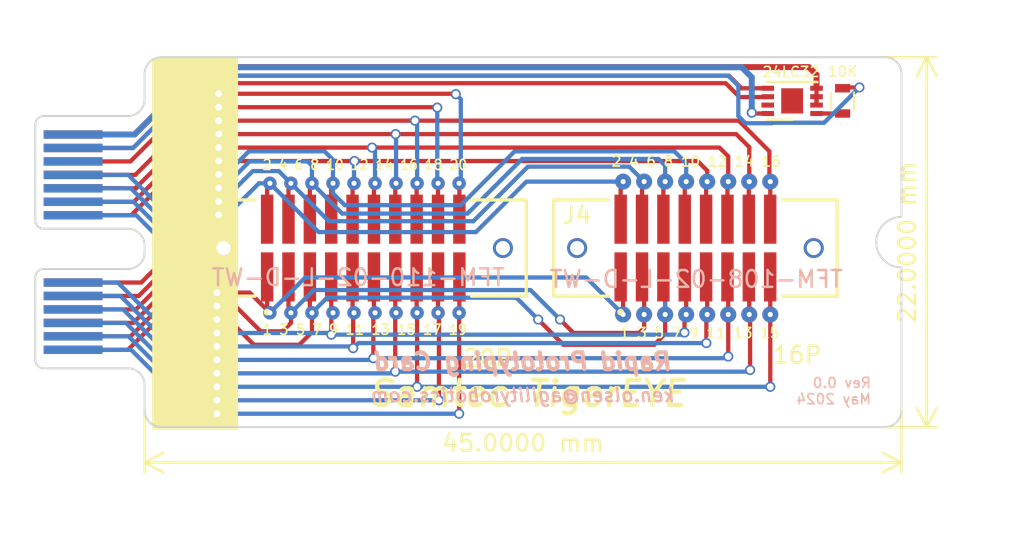
<source format=kicad_pcb>
(kicad_pcb (version 20211014) (generator pcbnew)
  (title_block (title "Beetje 32U4 Blok") (date "2018-08-10") (rev "0.0") (company "www.MakersBox.us") (comment 1 "648.ken@gmail.com"))
  (layers (0 "F.Cu" signal) (31 "B.Cu" signal) (34 "B.Paste" user) (35 "F.Paste" user) (36 "B.SilkS" user "B.Silkscreen") (37 "F.SilkS" user "F.Silkscreen") (38 "B.Mask" user) (39 "F.Mask" user) (44 "Edge.Cuts" user))
  (net 0 "")
  (net 1 "/10")
  (net 2 "/01")
  (net 3 "/02")
  (net 4 "/04")
  (net 5 "/05")
  (net 6 "/06")
  (net 7 "/07")
  (net 8 "/08")
  (net 9 "/09")
  (net 10 "/11")
  (net 11 "/12")
  (net 12 "/13")
  (net 13 "/14")
  (net 14 "/15")
  (net 15 "/16")
  (net 16 "/17")
  (net 17 "/18")
  (net 18 "/19")
  (net 19 "/20")
  (net 20 "/03")
  (net 21 "/D2_SDA")
  (net 22 "GND")
  (net 23 "/D3_SCL")
  (net 24 "+5V")
  (net 25 "/A")
  (net 26 "Net-(R1-Pad1)")
  (net 27 "Net-(U1-Pad7)")
  (net 28 "/RESET")
  (footprint "footprints:MEC8-113-CARD_2" (layer "F.Cu") (at 0 -0.1 90)
    (fp_text reference "X0")
    (fp_text value "Card Edge")
    (fp_line (start 17.5 0.5) (end 17.5 5.5) (layer "Edge.Cuts") (width 0.12))
    (fp_line (start 18.5 6.5) (end 19 6.5) (layer "Edge.Cuts") (width 0.12))
    (fp_line (start 8.4 0.5) (end 8.4 5.5) (layer "Edge.Cuts") (width 0.12))
    (fp_line (start 1 6.5) (end 1.5 6.5) (layer "Edge.Cuts") (width 0.12))
    (fp_line (start 0 51.5) (end 1 51.5) (layer "Edge.Cuts") (width 0.12))
    (fp_line (start 10.8 5.5) (end 10.8 0.5) (layer "Edge.Cuts") (width 0.12))
    (fp_line (start 21 7.5) (end 21 47.5) (layer "Edge.Cuts") (width 0.12))
    (fp_line (start -1 47.5) (end -1 7.5) (layer "Edge.Cuts") (width 0.12))
    (fp_line (start -1 50.5) (end -1 47.5) (layer "Edge.Cuts") (width 0.12))
    (fp_line (start 2.5 0.5) (end 2.5 5.5) (layer "Edge.Cuts") (width 0.12))
    (fp_line (start 19 51.5) (end 20 51.5) (layer "Edge.Cuts") (width 0.12))
    (fp_line (start 0 6.5) (end 1 6.5) (layer "Edge.Cuts") (width 0.12))
    (fp_line (start 11.5 51.5) (end 19 51.5) (layer "Edge.Cuts") (width 0.12))
    (fp_line (start 3 0) (end 7.9 0) (layer "Edge.Cuts") (width 0.12))
    (fp_line (start 8.5 51.5) (end 1 51.5) (layer "Edge.Cuts") (width 0.12))
    (fp_line (start 17 0) (end 11.3 0) (layer "Edge.Cuts") (width 0.12))
    (fp_line (start 9.4 6.5) (end 9.8 6.5) (layer "Edge.Cuts") (width 0.12))
    (fp_line (start 19 6.5) (end 20 6.5) (layer "Edge.Cuts") (width 0.12))
    (fp_line (start 21 50.5) (end 21 47.5) (layer "Edge.Cuts") (width 0.12))
    (fp_arc (start 18.5 6.5) (mid 17.792893 6.207107) (end 17.5 5.5) (layer "Edge.Cuts") (width 0.12))
    (fp_arc (start 2.5 5.5) (mid 2.207107 6.207107) (end 1.5 6.5) (layer "Edge.Cuts") (width 0.12))
    (fp_arc (start 7.9 0) (mid 8.253553 0.146447) (end 8.4 0.5) (layer "Edge.Cuts") (width 0.12))
    (fp_arc (start -1 7.5) (mid -0.707107 6.792893) (end 0 6.5) (layer "Edge.Cuts") (width 0.12))
    (fp_arc (start 17 0) (mid 17.353553 0.146447) (end 17.5 0.5) (layer "Edge.Cuts") (width 0.12))
    (fp_arc (start 20 6.5) (mid 20.707107 6.792893) (end 21 7.5) (layer "Edge.Cuts") (width 0.12))
    (fp_arc (start 0 51.5) (mid -0.707107 51.207107) (end -1 50.5) (layer "Edge.Cuts") (width 0.12))
    (fp_arc (start 10.8 5.5) (mid 10.507107 6.207107) (end 9.8 6.5) (layer "Edge.Cuts") (width 0.12))
    (fp_arc (start 8.5 51.5) (mid 10 50) (end 11.5 51.5) (layer "Edge.Cuts") (width 0.12))
    (fp_arc (start 9.4 6.5) (mid 8.692893 6.207107) (end 8.4 5.5) (layer "Edge.Cuts") (width 0.12))
    (fp_arc (start 2.5 0.5) (mid 2.646447 0.146447) (end 3 0) (layer "Edge.Cuts") (width 0.12))
    (fp_arc (start 21 50.5) (mid 20.707107 51.207107) (end 20 51.5) (layer "Edge.Cuts") (width 0.12))
    (fp_arc (start 10.8 0.5) (mid 10.946447 0.146447) (end 11.3 0) (layer "Edge.Cuts") (width 0.12))
  )
  (footprint "footprints:DFN-8-1EP_3x2mm" (layer "F.Cu") (at 45 -18.5 180)
    (fp_text reference "U1" hide)
    (fp_text value "24LC32")
  )
  (footprint "footprints:R_0603" (layer "F.Cu") (at 48 -18.5 90)
    (fp_text reference "R1")
    (fp_text value "10K")
  )
  (footprint "footprints:TestPoints_1x10_P1.25mm_Vertical" (layer "F.Cu") (at 13.95 -5.9)
    (fp_text reference "J3" hide)
    (fp_text value "TestPoints")
  )
  (footprint "footprints:TestPoints_1x10_P1.25mm_Vertical" (layer "F.Cu") (at 13.95 -13.6)
    (fp_text reference "J2" hide)
    (fp_text value "TestPoints")
  )
  (footprint "SAMTEC_TFM-108-02-L-D-WT" (layer "F.Cu") (at 39.25 -9.75)
    (fp_text reference "J4")
    (fp_text value "16P")
  )
  (footprint "SAMTEC_TFM-110-02-L-D-WT" (layer "F.Cu") (at 19.5 -9.75)
    (fp_text reference "J1")
    (fp_text value "20P")
  )
  (footprint "footprints:test_pads_125mm_x08" (layer "F.Cu") (at 34.95 -5.8)
    (fp_text reference "J5" hide)
    (fp_text value "TestPoints")
  )
  (footprint "footprints:test_pads_125mm_x08" (layer "F.Cu") (at 34.95 -13.7)
    (fp_text reference "J6" hide)
    (fp_text value "TestPoints")
  )
  (gr_poly (pts (xy 12 1) (xy 7 1) (xy 7 -21) (xy 12 -21)) (layer "F.SilkS") (width 0.1) (fill solid))
  (gr_text "Rev 0.0\nMay 2024" (at 49.75 -1.25) (layer "B.SilkS") (effects (font (size 0.6 0.6) (thickness 0.1)) (justify left mirror)))
  (gr_text "TFM-108-02-L-D-WT" (at 39.3 -7.9) (layer "B.SilkS") (effects (font (size 1 1)) (justify mirror)))
  (gr_text "ken.olsen@agilityrobotics.com" (at 29 -1) (layer "B.SilkS") (effects (font (size 0.8 0.8) (thickness 0.15) italic) (justify mirror)))
  (gr_text "Rapid Prototyping Card" (at 29 -3) (layer "B.SilkS") (effects (font (size 1 1) (thickness 0.25) italic) (justify mirror)))
  (gr_text "TFM-110-02-L-D-WT" (at 19.2 -8) (layer "B.SilkS") (effects (font (size 1 1)) (justify mirror)))
  (gr_text "2 4 6 8 10 12 14 16" (at 39.3 -14.9) (layer "F.SilkS") (effects (font (size 0.6 0.6) (thickness 0.1))))
  (gr_text "1 3 5 7 9 11 13 15" (at 39.5 -4.7) (layer "F.SilkS") (effects (font (size 0.6 0.6) (thickness 0.1))))
  (gr_text "Samtec TigerEYE" (at 29.3 -1.1) (layer "F.SilkS") (effects (font (size 1.5 1.5) (thickness 0.25) italic)))
  (gr_text "1 3 5 7 9 11 13 15 17 19" (at 19.6 -4.9) (layer "F.SilkS") (effects (font (size 0.6 0.575) (thickness 0.1))))
  (gr_text "2 4 6 8 10 12 14 16 18 20" (at 19.6 -14.7) (layer "F.SilkS") (effects (font (size 0.6 0.55) (thickness 0.1))))
  (dimension (type aligned) (layer "F.SilkS") (pts (xy 51.5 -0.1) (xy 6.5 -0.1)) (height -3.1) (gr_text "45.0000 mm" (at 29 1.85) (layer "F.SilkS") (effects (font (size 1 1) (thickness 0.15)))) (format (units 2) (units_format 1) (precision 4)) (style (thickness 0.15) (arrow_length 1.27) (text_position_mode 0) (extension_height 0.58642) (extension_offset 0) keep_text_aligned))
  (dimension (type aligned) (layer "F.SilkS") (pts (xy 50.5 -21.1) (xy 50.5 0.9)) (height -2.5) (gr_text "22.0000 mm" (at 51.85 -10.1 90) (layer "F.SilkS") (effects (font (size 1 1) (thickness 0.15)))) (format (units 2) (units_format 1) (precision 4)) (style (thickness 0.15) (arrow_length 1.27) (text_position_mode 0) (extension_height 0.58642) (extension_offset 0) keep_text_aligned))
  (segment (start 34.95 -7.89) (end 34.805 -8.035) (width 0.254) (layer "F.Cu") (net 1))
  (segment (start 13.95 -5.9) (end 12.749976 -7.100024) (width 0.254) (layer "F.Cu") (net 1))
  (segment (start 13.785 -8.035) (end 13.785 -6.065) (width 0.254) (layer "F.Cu") (net 1))
  (segment (start 12.749976 -7.100024) (end 10.8 -7.100024) (width 0.254) (layer "F.Cu") (net 1))
  (segment (start 13.785 -6.065) (end 13.95 -5.9) (width 0.254) (layer "F.Cu") (net 1))
  (segment (start 34.95 -5.8) (end 34.95 -7.89) (width 0.254) (layer "F.Cu") (net 1))
  (via (at 10.8 -7.100024) (size 0.6) (drill 0.4) (layers "F.Cu" "B.Cu") (net 1))
  (segment (start 5.5262 -14.099999) (end 8.56203 -11.064171) (width 0.254) (layer "B.Cu") (net 1))
  (segment (start 8.56203 -11.064171) (end 8.56203 -7.780037) (width 0.254) (layer "B.Cu") (net 1))
  (segment (start 16.05 -8) (end 32.75 -8) (width 0.254) (layer "B.Cu") (net 1))
  (segment (start 2.25 -14.1) (end 5.5262 -14.099999) (width 0.254) (layer "B.Cu") (net 1))
  (segment (start 8.56203 -7.780037) (end 8.56203 -7.43797) (width 0.254) (layer "B.Cu") (net 1))
  (segment (start 8.899976 -7.100024) (end 10.8 -7.100024) (width 0.254) (layer "B.Cu") (net 1))
  (segment (start 8.56203 -7.43797) (end 8.899976 -7.100024) (width 0.254) (layer "B.Cu") (net 1))
  (segment (start 13.95 -5.9) (end 16.05 -8) (width 0.254) (layer "B.Cu") (net 1))
  (segment (start 32.75 -8) (end 34.95 -5.8) (width 0.254) (layer "B.Cu") (net 1))
  (segment (start 25.215 -5.915) (end 25.2 -5.9) (width 0.254) (layer "F.Cu") (net 2))
  (segment (start 25.215 -8.035) (end 25.215 -5.915) (width 0.254) (layer "F.Cu") (net 2))
  (segment (start 25.2 0.1) (end 25.2 -5.9) (width 0.254) (layer "F.Cu") (net 2))
  (via (at 10.8 0.1) (size 0.6) (drill 0.4) (layers "F.Cu" "B.Cu") (net 2))
  (via (at 25.2 0.1) (size 0.6) (drill 0.4) (layers "F.Cu" "B.Cu") (net 2))
  (segment (start 9.5 0.1) (end 10.8 0.1) (width 0.254) (layer "B.Cu") (net 2))
  (segment (start 10.8 0.1) (end 25.2 0.1) (width 0.254) (layer "B.Cu") (net 2))
  (segment (start 5.7 -3.7) (end 9.5 0.1) (width 0.254) (layer "B.Cu") (net 2))
  (segment (start 2.25 -3.7) (end 5.7 -3.7) (width 0.254) (layer "B.Cu") (net 2))
  (segment (start 24 -5.85) (end 23.95 -5.9) (width 0.254) (layer "F.Cu") (net 3))
  (segment (start 23.945 -5.905) (end 23.95 -5.9) (width 0.254) (layer "F.Cu") (net 3))
  (segment (start 23.945 -8.035) (end 23.945 -5.905) (width 0.254) (layer "F.Cu") (net 3))
  (segment (start 24 -0.7) (end 24 -5.85) (width 0.254) (layer "F.Cu") (net 3))
  (via (at 10.8 -0.7) (size 0.6) (drill 0.4) (layers "F.Cu" "B.Cu") (net 3))
  (via (at 24 -0.7) (size 0.6) (drill 0.4) (layers "F.Cu" "B.Cu") (net 3))
  (segment (start 9.342066 -0.7) (end 10.8 -0.7) (width 0.254) (layer "B.Cu") (net 3))
  (segment (start 10.8 -0.7) (end 24 -0.7) (width 0.254) (layer "B.Cu") (net 3))
  (segment (start 5.542066 -4.5) (end 9.342066 -0.7) (width 0.254) (layer "B.Cu") (net 3))
  (segment (start 2.25 -4.5) (end 5.542066 -4.5) (width 0.254) (layer "B.Cu") (net 3))
  (segment (start 42.45 -8.01) (end 42.425 -8.035) (width 0.254) (layer "F.Cu") (net 4))
  (segment (start 42.45 -5.8) (end 42.45 -8.01) (width 0.254) (layer "F.Cu") (net 4))
  (segment (start 21.405 -5.945) (end 21.45 -5.9) (width 0.254) (layer "F.Cu") (net 4))
  (segment (start 21.4 -5.85) (end 21.45 -5.9) (width 0.254) (layer "F.Cu") (net 4))
  (segment (start 21.405 -8.035) (end 21.405 -5.945) (width 0.254) (layer "F.Cu") (net 4))
  (segment (start 42.5 -2.5) (end 42.5 -5.75) (width 0.254) (layer "F.Cu") (net 4))
  (segment (start 21.4 -2.4) (end 21.4 -5.85) (width 0.254) (layer "F.Cu") (net 4))
  (segment (start 42.5 -5.75) (end 42.45 -5.8) (width 0.254) (layer "F.Cu") (net 4))
  (via (at 10.8 -2.300006) (size 0.6) (drill 0.4) (layers "F.Cu" "B.Cu") (net 4))
  (via (at 21.4 -2.4) (size 0.6) (drill 0.4) (layers "F.Cu" "B.Cu") (net 4))
  (via (at 42.5 -2.5) (size 0.6) (drill 0.4) (layers "F.Cu" "B.Cu") (net 4))
  (segment (start 10.8 -2.300006) (end 21.300006 -2.300006) (width 0.254) (layer "B.Cu") (net 4))
  (segment (start 2.25 -6.1) (end 5.226198 -6.1) (width 0.254) (layer "B.Cu") (net 4))
  (segment (start 5.226198 -6.1) (end 9.026192 -2.300006) (width 0.254) (layer "B.Cu") (net 4))
  (segment (start 21.300006 -2.300006) (end 21.4 -2.4) (width 0.254) (layer "B.Cu") (net 4))
  (segment (start 21.4 -2.4) (end 42.4 -2.4) (width 0.254) (layer "B.Cu") (net 4))
  (segment (start 9.026192 -2.300006) (end 10.8 -2.300006) (width 0.254) (layer "B.Cu") (net 4))
  (segment (start 42.4 -2.4) (end 42.5 -2.5) (width 0.254) (layer "B.Cu") (net 4))
  (segment (start 41.2 -3.3) (end 41.2 -5.8) (width 0.254) (layer "F.Cu") (net 5))
  (segment (start 20.135 -5.965) (end 20.2 -5.9) (width 0.254) (layer "F.Cu") (net 5))
  (segment (start 20.1 -5.8) (end 20.2 -5.9) (width 0.254) (layer "F.Cu") (net 5))
  (segment (start 41.2 -7.99) (end 41.155 -8.035) (width 0.254) (layer "F.Cu") (net 5))
  (segment (start 41.2 -5.8) (end 41.2 -7.99) (width 0.254) (layer "F.Cu") (net 5))
  (segment (start 20.1 -3.2) (end 20.1 -5.8) (width 0.254) (layer "F.Cu") (net 5))
  (segment (start 20.135 -8.035) (end 20.135 -5.965) (width 0.254) (layer "F.Cu") (net 5))
  (via (at 10.8 -3.100009) (size 0.6) (drill 0.4) (layers "F.Cu" "B.Cu") (net 5))
  (via (at 20.1 -3.2) (size 0.6) (drill 0.4) (layers "F.Cu" "B.Cu") (net 5))
  (via (at 41.2 -3.3) (size 0.6) (drill 0.4) (layers "F.Cu" "B.Cu") (net 5))
  (segment (start 5.068265 -6.9) (end 5.680208 -6.288056) (width 0.254) (layer "B.Cu") (net 5))
  (segment (start 2.25 -6.9) (end 5.068265 -6.9) (width 0.254) (layer "B.Cu") (net 5))
  (segment (start 10.8 -3.100009) (end 20.000009 -3.100009) (width 0.254) (layer "B.Cu") (net 5))
  (segment (start 20.000009 -3.100009) (end 20.1 -3.2) (width 0.254) (layer "B.Cu") (net 5))
  (segment (start 41.1 -3.2) (end 41.2 -3.3) (width 0.254) (layer "B.Cu") (net 5))
  (segment (start 5.680208 -6.288056) (end 8.868255 -3.100009) (width 0.254) (layer "B.Cu") (net 5))
  (segment (start 8.868255 -3.100009) (end 10.8 -3.100009) (width 0.254) (layer "B.Cu") (net 5))
  (segment (start 20.1 -3.2) (end 41.1 -3.2) (width 0.254) (layer "B.Cu") (net 5))
  (segment (start 39.9 -5.75) (end 39.95 -5.8) (width 0.254) (layer "F.Cu") (net 6))
  (segment (start 18.865 -5.985) (end 18.95 -5.9) (width 0.254) (layer "F.Cu") (net 6))
  (segment (start 39.95 -7.97) (end 39.885 -8.035) (width 0.254) (layer "F.Cu") (net 6))
  (segment (start 18.865 -8.035) (end 18.865 -5.985) (width 0.254) (layer "F.Cu") (net 6))
  (segment (start 18.9 -3.8) (end 18.9 -5.85) (width 0.254) (layer "F.Cu") (net 6))
  (segment (start 18.9 -5.85) (end 18.95 -5.9) (width 0.254) (layer "F.Cu") (net 6))
  (segment (start 39.9 -4.1) (end 39.9 -5.75) (width 0.254) (layer "F.Cu") (net 6))
  (segment (start 39.95 -5.8) (end 39.95 -7.97) (width 0.254) (layer "F.Cu") (net 6))
  (via (at 39.9 -4.1) (size 0.6) (drill 0.4) (layers "F.Cu" "B.Cu") (net 6))
  (via (at 10.8 -3.900012) (size 0.6) (drill 0.4) (layers "F.Cu" "B.Cu") (net 6))
  (via (at 18.9 -3.8) (size 0.6) (drill 0.4) (layers "F.Cu" "B.Cu") (net 6))
  (segment (start 18.9 -3.8) (end 19.2 -4.1) (width 0.254) (layer "B.Cu") (net 6))
  (segment (start 18.799988 -3.900012) (end 18.9 -3.8) (width 0.254) (layer "B.Cu") (net 6))
  (segment (start 2.25 -7.7) (end 4.910329 -7.7) (width 0.254) (layer "B.Cu") (net 6))
  (segment (start 19.2 -4.1) (end 39.9 -4.1) (width 0.254) (layer "B.Cu") (net 6))
  (segment (start 4.910329 -7.7) (end 8.710318 -3.900012) (width 0.254) (layer "B.Cu") (net 6))
  (segment (start 8.710318 -3.900012) (end 10.8 -3.900012) (width 0.254) (layer "B.Cu") (net 6))
  (segment (start 10.8 -3.900012) (end 18.799988 -3.900012) (width 0.254) (layer "B.Cu") (net 6))
  (segment (start 17.595 -6.005) (end 17.7 -5.9) (width 0.254) (layer "F.Cu") (net 7))
  (segment (start 38.7 -7.95) (end 38.615 -8.035) (width 0.254) (layer "F.Cu") (net 7))
  (segment (start 17.6 -5.8) (end 17.7 -5.9) (width 0.254) (layer "F.Cu") (net 7))
  (segment (start 17.595 -8.035) (end 17.595 -6.005) (width 0.254) (layer "F.Cu") (net 7))
  (segment (start 38.6 -4.727) (end 38.6 -5.7) (width 0.254) (layer "F.Cu") (net 7))
  (segment (start 17.6 -4.6) (end 17.6 -5.8) (width 0.254) (layer "F.Cu") (net 7))
  (segment (start 38.7 -5.8) (end 38.7 -7.95) (width 0.254) (layer "F.Cu") (net 7))
  (segment (start 38.6 -5.7) (end 38.7 -5.8) (width 0.254) (layer "F.Cu") (net 7))
  (via (at 38.6 -4.727) (size 0.6) (drill 0.4) (layers "F.Cu" "B.Cu") (net 7))
  (via (at 17.6 -4.6) (size 0.6) (drill 0.4) (layers "F.Cu" "B.Cu") (net 7))
  (via (at 10.8 -4.700015) (size 0.6) (drill 0.4) (layers "F.Cu" "B.Cu") (net 7))
  (segment (start 7.2 -6.1) (end 7.2 -6.052396) (width 0.254) (layer "B.Cu") (net 7))
  (segment (start 10.8 -4.700015) (end 17.499985 -4.700015) (width 0.254) (layer "B.Cu") (net 7))
  (segment (start 6 -11.7) (end 7.2 -10.5) (width 0.254) (layer "B.Cu") (net 7))
  (segment (start 8.552381 -4.700015) (end 10.8 -4.700015) (width 0.254) (layer "B.Cu") (net 7))
  (segment (start 17.6 -4.6) (end 38.473 -4.6) (width 0.254) (layer "B.Cu") (net 7))
  (segment (start 17.499985 -4.700015) (end 17.6 -4.6) (width 0.254) (layer "B.Cu") (net 7))
  (segment (start 38.473 -4.6) (end 38.6 -4.727) (width 0.254) (layer "B.Cu") (net 7))
  (segment (start 7.2 -6.052396) (end 8.552381 -4.700015) (width 0.254) (layer "B.Cu") (net 7))
  (segment (start 2.25 -11.7) (end 6 -11.7) (width 0.254) (layer "B.Cu") (net 7))
  (segment (start 7.2 -10.5) (end 7.2 -6.1) (width 0.254) (layer "B.Cu") (net 7))
  (segment (start 16.325 -6.025) (end 16.45 -5.9) (width 0.254) (layer "F.Cu") (net 8))
  (segment (start 16.45 -5.9) (end 16.45 -4.75) (width 0.254) (layer "F.Cu") (net 8))
  (segment (start 15.7 -4) (end 13 -4) (width 0.254) (layer "F.Cu") (net 8))
  (segment (start 16.325 -8.035) (end 16.325 -6.025) (width 0.254) (layer "F.Cu") (net 8))
  (segment (start 13 -4) (end 11.499982 -5.500018) (width 0.254) (layer "F.Cu") (net 8))
  (segment (start 11.499982 -5.500018) (end 10.8 -5.500018) (width 0.254) (layer "F.Cu") (net 8))
  (segment (start 37.45 -4.65) (end 36.8 -4) (width 0.254) (layer "F.Cu") (net 8))
  (segment (start 37.45 -7.93) (end 37.345 -8.035) (width 0.254) (layer "F.Cu") (net 8))
  (segment (start 37.45 -5.8) (end 37.45 -7.93) (width 0.254) (layer "F.Cu") (net 8))
  (segment (start 16.45 -4.75) (end 15.7 -4) (width 0.254) (layer "F.Cu") (net 8))
  (segment (start 31.4 -4) (end 29.9 -5.5) (width 0.254) (layer "F.Cu") (net 8))
  (segment (start 37.45 -5.8) (end 37.45 -4.65) (width 0.254) (layer "F.Cu") (net 8))
  (segment (start 36.8 -4) (end 31.4 -4) (width 0.254) (layer "F.Cu") (net 8))
  (via (at 29.9 -5.5) (size 0.6) (drill 0.4) (layers "F.Cu" "B.Cu") (net 8))
  (via (at 10.8 -5.500018) (size 0.6) (drill 0.4) (layers "F.Cu" "B.Cu") (net 8))
  (segment (start 5.842066 -12.5) (end 7.65401 -10.688057) (width 0.254) (layer "B.Cu") (net 8))
  (segment (start 7.65401 -10.688057) (end 7.65401 -6.84599) (width 0.254) (layer "B.Cu") (net 8))
  (segment (start 2.25 -12.5) (end 5.842066 -12.5) (width 0.254) (layer "B.Cu") (net 8))
  (segment (start 37.45 -6.45) (end 37.45 -5.8) (width 0.254) (layer "B.Cu") (net 8))
  (segment (start 7.65401 -6.240452) (end 8.394444 -5.500018) (width 0.254) (layer "B.Cu") (net 8))
  (segment (start 17.35 -6.8) (end 28.5 -6.8) (width 0.254) (layer "B.Cu") (net 8))
  (segment (start 28.6 -6.8) (end 28.5 -6.8) (width 0.254) (layer "B.Cu") (net 8))
  (segment (start 8.394444 -5.500018) (end 10.8 -5.500018) (width 0.254) (layer "B.Cu") (net 8))
  (segment (start 7.65401 -6.84599) (end 7.65401 -6.240452) (width 0.254) (layer "B.Cu") (net 8))
  (segment (start 16.45 -5.9) (end 17.35 -6.8) (width 0.254) (layer "B.Cu") (net 8))
  (segment (start 29.9 -5.5) (end 28.6 -6.8) (width 0.254) (layer "B.Cu") (net 8))
  (segment (start 11.899979 -6.300021) (end 10.8 -6.300021) (width 0.254) (layer "F.Cu") (net 9))
  (segment (start 36.2 -5.8) (end 36.2 -7.91) (width 0.254) (layer "F.Cu") (net 9))
  (segment (start 15.055 -6.045) (end 15.2 -5.9) (width 0.254) (layer "F.Cu") (net 9))
  (segment (start 15.055 -8.035) (end 15.055 -6.045) (width 0.254) (layer "F.Cu") (net 9))
  (segment (start 36.2 -7.91) (end 36.075 -8.035) (width 0.254) (layer "F.Cu") (net 9))
  (segment (start 36.2 -5.8) (end 36.2 -5) (width 0.254) (layer "F.Cu") (net 9))
  (segment (start 36.2 -5) (end 35.9 -4.7) (width 0.254) (layer "F.Cu") (net 9))
  (segment (start 15.2 -5.9) (end 15.2 -5.3) (width 0.254) (layer "F.Cu") (net 9))
  (segment (start 15.2 -5.3) (end 14.7 -4.8) (width 0.254) (layer "F.Cu") (net 9))
  (segment (start 32 -4.7) (end 31.2 -5.5) (width 0.254) (layer "F.Cu") (net 9))
  (segment (start 14.7 -4.8) (end 13.4 -4.8) (width 0.254) (layer "F.Cu") (net 9))
  (segment (start 35.9 -4.7) (end 32 -4.7) (width 0.254) (layer "F.Cu") (net 9))
  (segment (start 13.4 -4.8) (end 11.899979 -6.300021) (width 0.254) (layer "F.Cu") (net 9))
  (via (at 10.8 -6.300021) (size 0.6) (drill 0.4) (layers "F.Cu" "B.Cu") (net 9))
  (via (at 31.2 -5.5) (size 0.6) (drill 0.4) (layers "F.Cu" "B.Cu") (net 9))
  (segment (start 8.10802 -7.59198) (end 8.10802 -6.59198) (width 0.254) (layer "B.Cu") (net 9))
  (segment (start 8.10802 -6.59198) (end 8.399979 -6.300021) (width 0.254) (layer "B.Cu") (net 9))
  (segment (start 8.399979 -6.300021) (end 10.8 -6.300021) (width 0.254) (layer "B.Cu") (net 9))
  (segment (start 5.684133 -13.3) (end 8.10802 -10.876114) (width 0.254) (layer "B.Cu") (net 9))
  (segment (start 2.25 -13.3) (end 5.684134 -13.3) (width 0.254) (layer "B.Cu") (net 9))
  (segment (start 29.44599 -7.25401) (end 31.2 -5.5) (width 0.254) (layer "B.Cu") (net 9))
  (segment (start 16.55401 -7.25401) (end 29.44599 -7.25401) (width 0.254) (layer "B.Cu") (net 9))
  (segment (start 8.10802 -10.876114) (end 8.10802 -7.59198) (width 0.254) (layer "B.Cu") (net 9))
  (segment (start 15.2 -5.9) (end 16.55401 -7.25401) (width 0.254) (layer "B.Cu") (net 9))
  (segment (start 13.785 -11.465) (end 13.785 -13.435) (width 0.254) (layer "F.Cu") (net 10))
  (segment (start 9.370049 -7.559715) (end 9.370049 -10.845903) (width 0.254) (layer "F.Cu") (net 10))
  (segment (start 10.900047 -11.724187) (end 10.474187 -11.724187) (width 0.254) (layer "F.Cu") (net 10))
  (segment (start 10.248333 -11.724187) (end 10.900047 -11.724187) (width 0.254) (layer "F.Cu") (net 10))
  (segment (start 5.510334 -3.7) (end 9.005167 -7.194833) (width 0.254) (layer "F.Cu") (net 10))
  (segment (start 34.805 -11.465) (end 34.805 -13.555) (width 0.254) (layer "F.Cu") (net 10))
  (segment (start 2.25 -3.7) (end 5.510334 -3.7) (width 0.254) (layer "F.Cu") (net 10))
  (segment (start 34.805 -13.555) (end 34.95 -13.7) (width 0.254) (layer "F.Cu") (net 10))
  (segment (start 13.785 -13.435) (end 13.95 -13.6) (width 0.254) (layer "F.Cu") (net 10))
  (segment (start 9.370049 -10.845903) (end 10.248333 -11.724187) (width 0.254) (layer "F.Cu") (net 10))
  (segment (start 9.005167 -7.194833) (end 9.370049 -7.559715) (width 0.254) (layer "F.Cu") (net 10))
  (via (at 10.900047 -11.724187) (size 0.6) (drill 0.4) (layers "F.Cu" "B.Cu") (net 10))
  (segment (start 13.95 -13.6) (end 13.3 -13.6) (width 0.254) (layer "B.Cu") (net 10))
  (segment (start 16.85 -10.7) (end 26.2 -10.7) (width 0.254) (layer "B.Cu") (net 10))
  (segment (start 10.900047 -11.724187) (end 10.900047 -11.897187) (width 0.254) (layer "B.Cu") (net 10))
  (segment (start 11.424187 -11.724187) (end 10.900047 -11.724187) (width 0.254) (layer "B.Cu") (net 10))
  (segment (start 13.95 -13.6) (end 16.85 -10.7) (width 0.254) (layer "B.Cu") (net 10))
  (segment (start 34.95 -13.7) (end 29.2 -13.7) (width 0.254) (layer "B.Cu") (net 10))
  (segment (start 29.2 -13.7) (end 26.2 -10.7) (width 0.254) (layer "B.Cu") (net 10))
  (segment (start 13.3 -13.6) (end 11.424187 -11.724187) (width 0.254) (layer "B.Cu") (net 10))
  (segment (start 2.25 -4.5) (end 5.668268 -4.5) (width 0.254) (layer "F.Cu") (net 11))
  (segment (start 8.916039 -7.747772) (end 8.916039 -11.033959) (width 0.254) (layer "F.Cu") (net 11))
  (segment (start 15.055 -13.455) (end 15.2 -13.6) (width 0.254) (layer "F.Cu") (net 11))
  (segment (start 36.075 -11.465) (end 36.075 -13.575) (width 0.254) (layer "F.Cu") (net 11))
  (segment (start 15.055 -11.465) (end 15.055 -13.455) (width 0.254) (layer "F.Cu") (net 11))
  (segment (start 10.406268 -12.524188) (end 10.899931 -12.524188) (width 0.254) (layer "F.Cu") (net 11))
  (segment (start 8.916039 -11.033959) (end 10.406268 -12.524188) (width 0.254) (layer "F.Cu") (net 11))
  (segment (start 5.668268 -4.5) (end 8.916039 -7.747772) (width 0.254) (layer "F.Cu") (net 11))
  (segment (start 36.075 -13.575) (end 36.2 -13.7) (width 0.254) (layer "F.Cu") (net 11))
  (via (at 10.899931 -12.524188) (size 0.6) (drill 0.4) (layers "F.Cu" "B.Cu") (net 11))
  (segment (start 11.124188 -12.524188) (end 10.899931 -12.524188) (width 0.254) (layer "B.Cu") (net 11))
  (segment (start 12.927001 -14.327001) (end 11.124188 -12.524188) (width 0.254) (layer "B.Cu") (net 11))
  (segment (start 35.30802 -14.59198) (end 29.29198 -14.59198) (width 0.254) (layer "B.Cu") (net 11))
  (segment (start 29.29198 -14.59198) (end 26.04599 -11.34599) (width 0.254) (layer "B.Cu") (net 11))
  (segment (start 15.2 -13.6) (end 14.472999 -14.327001) (width 0.254) (layer "B.Cu") (net 11))
  (segment (start 17.45401 -11.34599) (end 26.04599 -11.34599) (width 0.254) (layer "B.Cu") (net 11))
  (segment (start 15.2 -13.6) (end 17.45401 -11.34599) (width 0.254) (layer "B.Cu") (net 11))
  (segment (start 14.472999 -14.327001) (end 12.927001 -14.327001) (width 0.254) (layer "B.Cu") (net 11))
  (segment (start 36.2 -13.7) (end 35.30802 -14.59198) (width 0.254) (layer "B.Cu") (net 11))
  (segment (start 16.325 -11.465) (end 16.325 -13.475) (width 0.254) (layer "F.Cu") (net 12))
  (segment (start 10.324189 -13.324189) (end 10.900101 -13.324189) (width 0.254) (layer "F.Cu") (net 12))
  (segment (start 16.325 -13.475) (end 16.45 -13.6) (width 0.254) (layer "F.Cu") (net 12))
  (segment (start 8.46203 -11.46203) (end 10.324189 -13.324189) (width 0.254) (layer "F.Cu") (net 12))
  (segment (start 2.25 -5.3) (end 5.8262 -5.3) (width 0.254) (layer "F.Cu") (net 12))
  (segment (start 5.8262 -5.3) (end 8.46203 -7.935829) (width 0.254) (layer "F.Cu") (net 12))
  (segment (start 37.345 -11.465) (end 37.345 -13.595) (width 0.254) (layer "F.Cu") (net 12))
  (segment (start 8.46203 -7.935829) (end 8.46203 -11.46203) (width 0.254) (layer "F.Cu") (net 12))
  (segment (start 37.345 -13.595) (end 37.45 -13.7) (width 0.254) (layer "F.Cu") (net 12))
  (via (at 10.900101 -13.324189) (size 0.6) (drill 0.4) (layers "F.Cu" "B.Cu") (net 12))
  (segment (start 37.45 -13.7) (end 37.45 -14.65) (width 0.254) (layer "B.Cu") (net 12))
  (segment (start 16.45 -14.65) (end 16.2 -14.9) (width 0.254) (layer "B.Cu") (net 12))
  (segment (start 12.741881 -14.9) (end 11.16607 -13.324189) (width 0.254) (layer "B.Cu") (net 12))
  (segment (start 37.45 -14.65) (end 37.05401 -15.04599) (width 0.254) (layer "B.Cu") (net 12))
  (segment (start 28.94599 -15.04599) (end 25.7 -11.8) (width 0.254) (layer "B.Cu") (net 12))
  (segment (start 18.25 -11.8) (end 25.7 -11.8) (width 0.254) (layer "B.Cu") (net 12))
  (segment (start 11.16607 -13.324189) (end 10.900101 -13.324189) (width 0.254) (layer "B.Cu") (net 12))
  (segment (start 16.45 -13.6) (end 16.45 -14.65) (width 0.254) (layer "B.Cu") (net 12))
  (segment (start 16.45 -13.6) (end 18.25 -11.8) (width 0.254) (layer "B.Cu") (net 12))
  (segment (start 37.05401 -15.04599) (end 28.94599 -15.04599) (width 0.254) (layer "B.Cu") (net 12))
  (segment (start 16.2 -14.9) (end 12.741881 -14.9) (width 0.254) (layer "B.Cu") (net 12))
  (segment (start 38.615 -13.615) (end 38.7 -13.7) (width 0.254) (layer "F.Cu") (net 13))
  (segment (start 10.12419 -14.12419) (end 10.899741 -14.12419) (width 0.254) (layer "F.Cu") (net 13))
  (segment (start 17.595 -11.465) (end 17.595 -13.495) (width 0.254) (layer "F.Cu") (net 13))
  (segment (start 17.595 -13.495) (end 17.7 -13.6) (width 0.254) (layer "F.Cu") (net 13))
  (segment (start 5.984133 -6.1) (end 8.00802 -8.123886) (width 0.254) (layer "F.Cu") (net 13))
  (segment (start 8.00802 -8.123886) (end 8.00802 -12.00802) (width 0.254) (layer "F.Cu") (net 13))
  (segment (start 8.00802 -12.00802) (end 10.12419 -14.12419) (width 0.254) (layer "F.Cu") (net 13))
  (segment (start 38.615 -11.465) (end 38.615 -13.615) (width 0.254) (layer "F.Cu") (net 13))
  (segment (start 2.25 -6.1) (end 5.984133 -6.1) (width 0.254) (layer "F.Cu") (net 13))
  (via (at 10.899741 -14.12419) (size 0.6) (drill 0.4) (layers "F.Cu" "B.Cu") (net 13))
  (segment (start 17.7 -15) (end 17.2 -15.5) (width 0.254) (layer "B.Cu") (net 13))
  (segment (start 17.7 -13.6) (end 17.7 -13) (width 0.254) (layer "B.Cu") (net 13))
  (segment (start 17.7 -13) (end 18.4 -12.3) (width 0.254) (layer "B.Cu") (net 13))
  (segment (start 17.2 -15.5) (end 12.699815 -15.5) (width 0.254) (layer "B.Cu") (net 13))
  (segment (start 38.7 -13.7) (end 38.7 -14.8) (width 0.254) (layer "B.Cu") (net 13))
  (segment (start 12.699815 -15.5) (end 11.324005 -14.12419) (width 0.254) (layer "B.Cu") (net 13))
  (segment (start 38 -15.5) (end 28.5 -15.5) (width 0.254) (layer "B.Cu") (net 13))
  (segment (start 18.4 -12.3) (end 25.3 -12.3) (width 0.254) (layer "B.Cu") (net 13))
  (segment (start 17.7 -13.6) (end 17.7 -15) (width 0.254) (layer "B.Cu") (net 13))
  (segment (start 28.5 -15.5) (end 25.3 -12.3) (width 0.254) (layer "B.Cu") (net 13))
  (segment (start 38.7 -14.8) (end 38 -15.5) (width 0.254) (layer "B.Cu") (net 13))
  (segment (start 11.324005 -14.12419) (end 10.899741 -14.12419) (width 0.254) (layer "B.Cu") (net 13))
  (segment (start 10.282125 -14.924191) (end 10.90066 -14.924191) (width 0.254) (layer "F.Cu") (net 14))
  (segment (start 2.25 -6.9) (end 6.142066 -6.9) (width 0.254) (layer "F.Cu") (net 14))
  (segment (start 18.865 -11.465) (end 18.865 -13.515) (width 0.254) (layer "F.Cu") (net 14))
  (segment (start 7.55401 -8.311943) (end 7.55401 -12.196076) (width 0.254) (layer "F.Cu") (net 14))
  (segment (start 6.142066 -6.9) (end 7.55401 -8.311943) (width 0.254) (layer "F.Cu") (net 14))
  (segment (start 39.95 -14.35) (end 39.95 -13.7) (width 0.254) (layer "F.Cu") (net 14))
  (segment (start 39.375809 -14.924191) (end 39.95 -14.35) (width 0.254) (layer "F.Cu") (net 14))
  (segment (start 10.90066 -14.924191) (end 18.975809 -14.924191) (width 0.254) (layer "F.Cu") (net 14))
  (segment (start 18.975809 -14.924191) (end 39.375809 -14.924191) (width 0.254) (layer "F.Cu") (net 14))
  (segment (start 39.885 -13.635) (end 39.95 -13.7) (width 0.254) (layer "F.Cu") (net 14))
  (segment (start 18.865 -13.515) (end 18.95 -13.6) (width 0.254) (layer "F.Cu") (net 14))
  (segment (start 7.55401 -12.196076) (end 10.282125 -14.924191) (width 0.254) (layer "F.Cu") (net 14))
  (segment (start 39.885 -11.465) (end 39.885 -13.635) (width 0.254) (layer "F.Cu") (net 14))
  (via (at 18.975809 -14.924191) (size 0.6) (drill 0.4) (layers "F.Cu" "B.Cu") (net 14))
  (via (at 10.90066 -14.924191) (size 0.6) (drill 0.4) (layers "F.Cu" "B.Cu") (net 14))
  (segment (start 18.95 -14.898382) (end 18.975809 -14.924191) (width 0.254) (layer "B.Cu") (net 14))
  (segment (start 18.95 -13.6) (end 18.95 -14.898382) (width 0.254) (layer "B.Cu") (net 14))
  (segment (start 40.675818 -15.724182) (end 41.2 -15.2) (width 0.254) (layer "F.Cu") (net 15))
  (segment (start 41.2 -15.2) (end 41.2 -13.7) (width 0.254) (layer "F.Cu") (net 15))
  (segment (start 20.135 -11.465) (end 20.135 -13.535) (width 0.254) (layer "F.Cu") (net 15))
  (segment (start 10.896459 -15.724182) (end 20.024182 -15.724182) (width 0.254) (layer "F.Cu") (net 15))
  (segment (start 10.44005 -15.724182) (end 7.657934 -12.942066) (width 0.254) (layer "F.Cu") (net 15))
  (segment (start 6.8 -8.2) (end 7.1 -8.5) (width 0.254) (layer "F.Cu") (net 15))
  (segment (start 20.135 -13.535) (end 20.2 -13.6) (width 0.254) (layer "F.Cu") (net 15))
  (segment (start 41.155 -13.655) (end 41.2 -13.7) (width 0.254) (layer "F.Cu") (net 15))
  (segment (start 10.896459 -15.724182) (end 10.44005 -15.724182) (width 0.254) (layer "F.Cu") (net 15))
  (segment (start 2.25 -7.7) (end 6.3 -7.7) (width 0.254) (layer "F.Cu") (net 15))
  (segment (start 7.1 -8.5) (end 7.1 -12.384132) (width 0.254) (layer "F.Cu") (net 15))
  (segment (start 7.1 -12.384132) (end 7.657934 -12.942066) (width 0.254) (layer "F.Cu") (net 15))
  (segment (start 41.155 -11.465) (end 41.155 -13.655) (width 0.254) (layer "F.Cu") (net 15))
  (segment (start 7.657934 -12.942066) (end 7.5 -12.784132) (width 0.254) (layer "F.Cu") (net 15))
  (segment (start 6.3 -7.7) (end 6.8 -8.2) (width 0.254) (layer "F.Cu") (net 15))
  (segment (start 20.024182 -15.724182) (end 40.675818 -15.724182) (width 0.254) (layer "F.Cu") (net 15))
  (via (at 20.024182 -15.724182) (size 0.6) (drill 0.4) (layers "F.Cu" "B.Cu") (net 15))
  (via (at 10.896459 -15.724182) (size 0.6) (drill 0.4) (layers "F.Cu" "B.Cu") (net 15))
  (segment (start 20.2 -15.548364) (end 20.024182 -15.724182) (width 0.254) (layer "B.Cu") (net 15))
  (segment (start 20.2 -13.6) (end 20.2 -15.548364) (width 0.254) (layer "B.Cu") (net 15))
  (segment (start 21.405 -13.555) (end 21.45 -13.6) (width 0.254) (layer "F.Cu") (net 16))
  (segment (start 42.425 -11.465) (end 42.425 -13.675) (width 0.254) (layer "F.Cu") (net 16))
  (segment (start 10.918968 -16.523868) (end 10.523868 -16.523868) (width 0.254) (layer "F.Cu") (net 16))
  (segment (start 41.676132 -16.523868) (end 42.45 -15.75) (width 0.254) (layer "F.Cu") (net 16))
  (segment (start 2.25 -11.7) (end 4.668264 -11.7) (width 0.254) (layer "F.Cu") (net 16))
  (segment (start 42.425 -13.675) (end 42.45 -13.7) (width 0.254) (layer "F.Cu") (net 16))
  (segment (start 42.45 -15.75) (end 42.45 -13.7) (width 0.254) (layer "F.Cu") (net 16))
  (segment (start 21.405 -11.465) (end 21.405 -13.555) (width 0.254) (layer "F.Cu") (net 16))
  (segment (start 10.918968 -16.523868) (end 21.423868 -16.523868) (width 0.254) (layer "F.Cu") (net 16))
  (segment (start 10.523868 -16.523868) (end 5.7 -11.7) (width 0.254) (layer "F.Cu") (net 16))
  (segment (start 5.7 -11.7) (end 4.91033 -11.7) (width 0.254) (layer "F.Cu") (net 16))
  (segment (start 4.668264 -11.7) (end 4.91033 -11.7) (width 0.254) (layer "F.Cu") (net 16))
  (segment (start 21.423868 -16.523868) (end 41.676132 -16.523868) (width 0.254) (layer "F.Cu") (net 16))
  (via (at 10.918968 -16.523868) (size 0.6) (drill 0.4) (layers "F.Cu" "B.Cu") (net 16))
  (via (at 21.423868 -16.523868) (size 0.6) (drill 0.4) (layers "F.Cu" "B.Cu") (net 16))
  (segment (start 21.45 -16.497736) (end 21.423868 -16.523868) (width 0.254) (layer "B.Cu") (net 16))
  (segment (start 21.45 -13.6) (end 21.45 -16.497736) (width 0.254) (layer "B.Cu") (net 16))
  (segment (start 2.25 -12.5) (end 5.857934 -12.5) (width 0.254) (layer "F.Cu") (net 17))
  (segment (start 43.7 -11.47) (end 43.695 -11.465) (width 0.254) (layer "F.Cu") (net 17))
  (segment (start 10.681565 -17.323631) (end 10.899423 -17.323631) (width 0.254) (layer "F.Cu") (net 17))
  (segment (start 10.899423 -17.323631) (end 22.576369 -17.323631) (width 0.254) (layer "F.Cu") (net 17))
  (segment (start 22.675 -11.465) (end 22.675 -13.575) (width 0.254) (layer "F.Cu") (net 17))
  (segment (start 22.576369 -17.323631) (end 41.823631 -17.323631) (width 0.254) (layer "F.Cu") (net 17))
  (segment (start 22.675 -13.575) (end 22.7 -13.6) (width 0.254) (layer "F.Cu") (net 17))
  (segment (start 41.823631 -17.323631) (end 43.647262 -15.5) (width 0.254) (layer "F.Cu") (net 17))
  (segment (start 43.647262 -15.5) (end 43.647262 -13.752738) (width 0.254) (layer "F.Cu") (net 17))
  (segment (start 5.857934 -12.5) (end 10.681565 -17.323631) (width 0.254) (layer "F.Cu") (net 17))
  (segment (start 43.7 -13.7) (end 43.7 -11.47) (width 0.254) (layer "F.Cu") (net 17))
  (segment (start 43.647262 -13.752738) (end 43.7 -13.7) (width 0.254) (layer "F.Cu") (net 17))
  (via (at 10.899423 -17.323631) (size 0.6) (drill 0.4) (layers "F.Cu" "B.Cu") (net 17))
  (via (at 22.576369 -17.323631) (size 0.6) (drill 0.4) (layers "F.Cu" "B.Cu") (net 17))
  (segment (start 22.7 -13.6) (end 22.7 -17.2) (width 0.254) (layer "B.Cu") (net 17))
  (segment (start 22.7 -17.2) (end 22.576369 -17.323631) (width 0.254) (layer "B.Cu") (net 17))
  (segment (start 4.3 -13.3) (end 2.25 -13.3) (width 0.254) (layer "F.Cu") (net 18))
  (segment (start 23.945 -13.595) (end 23.95 -13.6) (width 0.254) (layer "F.Cu") (net 18))
  (segment (start 6.015868 -13.3) (end 6.015868 -13.368038) (width 0.254) (layer "F.Cu") (net 18))
  (segment (start 10.900223 -18.123632) (end 23.876368 -18.123632) (width 0.254) (layer "F.Cu") (net 18))
  (segment (start 23.876368 -18.123632) (end 23.9 -18.1) (width 0.254) (layer "F.Cu") (net 18))
  (segment (start 6.015868 -13.368038) (end 10.771462 -18.123632) (width 0.254) (layer "F.Cu") (net 18))
  (segment (start 2.25 -13.3) (end 5.226198 -13.3) (width 0.254) (layer "F.Cu") (net 18))
  (segment (start 23.945 -11.465) (end 23.945 -13.595) (width 0.254) (layer "F.Cu") (net 18))
  (segment (start 10.771462 -18.123632) (end 10.900223 -18.123632) (width 0.254) (layer "F.Cu") (net 18))
  (segment (start 4.586713 -13.3) (end 4.3 -13.3) (width 0.254) (layer "F.Cu") (net 18))
  (segment (start 2.25 -13.3) (end 6.015868 -13.3) (width 0.254) (layer "F.Cu") (net 18))
  (via (at 23.9 -18.1) (size 0.6) (drill 0.4) (layers "F.Cu" "B.Cu") (net 18))
  (via (at 10.900223 -18.123632) (size 0.6) (drill 0.4) (layers "F.Cu" "B.Cu") (net 18))
  (segment (start 23.9 -18.1) (end 23.9 -13.65) (width 0.254) (layer "B.Cu") (net 18))
  (segment (start 23.9 -13.65) (end 23.95 -13.6) (width 0.254) (layer "B.Cu") (net 18))
  (segment (start 25.215 -11.465) (end 25.215 -13.585) (width 0.254) (layer "F.Cu") (net 19))
  (segment (start 10.89996 -18.923633) (end 10.772262 -18.923633) (width 0.254) (layer "F.Cu") (net 19))
  (segment (start 10.89996 -18.923633) (end 24.976367 -18.923633) (width 0.254) (layer "F.Cu") (net 19))
  (segment (start 2.25 -14.1) (end 4.5 -14.1) (width 0.254) (layer "F.Cu") (net 19))
  (segment (start 25.215 -13.585) (end 25.2 -13.6) (width 0.254) (layer "F.Cu") (net 19))
  (segment (start 5.948629 -14.1) (end 5.384132 -14.1) (width 0.254) (layer "F.Cu") (net 19))
  (segment (start 10.772262 -18.923633) (end 5.948629 -14.1) (width 0.254) (layer "F.Cu") (net 19))
  (segment (start 24.976367 -18.923633) (end 25 -18.9) (width 0.254) (layer "F.Cu") (net 19))
  (segment (start 2.25 -14.1) (end 5.384132 -14.1) (width 0.254) (layer "F.Cu") (net 19))
  (via (at 25 -18.9) (size 0.6) (drill 0.4) (layers "F.Cu" "B.Cu") (net 19))
  (via (at 10.89996 -18.923633) (size 0.6) (drill 0.4) (layers "F.Cu" "B.Cu") (net 19))
  (segment (start 25.3 -18.6) (end 25.3 -13.7) (width 0.254) (layer "B.Cu") (net 19))
  (segment (start 25 -18.9) (end 25.3 -18.6) (width 0.254) (layer "B.Cu") (net 19))
  (segment (start 25.3 -13.7) (end 25.2 -13.6) (width 0.254) (layer "B.Cu") (net 19))
  (segment (start 43.7 -5.8) (end 43.7 -8.03) (width 0.254) (layer "F.Cu") (net 20))
  (segment (start 43.7 -8.03) (end 43.695 -8.035) (width 0.254) (layer "F.Cu") (net 20))
  (segment (start 22.7 -1.500006) (end 22.700003 -1.500003) (width 0.254) (layer "F.Cu") (net 20))
  (segment (start 43.7 -1.5) (end 43.7 -5.8) (width 0.254) (layer "F.Cu") (net 20))
  (segment (start 22.7 -5.9) (end 22.7 -1.500006) (width 0.254) (layer "F.Cu") (net 20))
  (segment (start 22.675 -5.925) (end 22.7 -5.9) (width 0.254) (layer "F.Cu") (net 20))
  (segment (start 22.675 -8.035) (end 22.675 -5.925) (width 0.254) (layer "F.Cu") (net 20))
  (via (at 43.7 -1.5) (size 0.6) (drill 0.4) (layers "F.Cu" "B.Cu") (net 20))
  (via (at 10.8 -1.500003) (size 0.6) (drill 0.4) (layers "F.Cu" "B.Cu") (net 20))
  (via (at 22.700003 -1.500003) (size 0.6) (drill 0.4) (layers "F.Cu" "B.Cu") (net 20))
  (segment (start 2.25 -5.3) (end 5.384132 -5.3) (width 0.254) (layer "B.Cu") (net 20))
  (segment (start 43.699997 -1.500003) (end 43.7 -1.5) (width 0.254) (layer "B.Cu") (net 20))
  (segment (start 5.384132 -5.3) (end 9.184129 -1.500003) (width 0.254) (layer "B.Cu") (net 20))
  (segment (start 9.184129 -1.500003) (end 10.8 -1.500003) (width 0.254) (layer "B.Cu") (net 20))
  (segment (start 22.700003 -1.500003) (end 43.699997 -1.500003) (width 0.254) (layer "B.Cu") (net 20))
  (segment (start 10.8 -1.500003) (end 22.700003 -1.500003) (width 0.254) (layer "B.Cu") (net 20))
  (segment (start 8.962577 -20.004644) (end 8.953123 -19.99519) (width 0.254) (layer "F.Cu") (net 21))
  (segment (start 2.25 -15.7) (end 5.813908 -15.7) (width 0.254) (layer "F.Cu") (net 21))
  (segment (start 7.80481 -17.690901) (end 7.80481 -18.846877) (width 0.254) (layer "F.Cu") (net 21))
  (segment (start 5.813908 -15.7) (end 7.80481 -17.690901) (width 0.254) (layer "F.Cu") (net 21))
  (segment (start 7.80481 -18.846877) (end 8.962577 -20.004644) (width 0.254) (layer "F.Cu") (net 21))
  (segment (start 41.992066 -19.25) (end 43.55 -19.25) (width 0.254) (layer "F.Cu") (net 21))
  (segment (start 8.962577 -20.004644) (end 41.237423 -20.004644) (width 0.254) (layer "F.Cu") (net 21))
  (segment (start 41.237423 -20.004644) (end 41.992066 -19.25) (width 0.254) (layer "F.Cu") (net 21))
  (segment (start 46.45 -18.25) (end 46.45 -18.45) (width 0.254) (layer "F.Cu") (net 22))
  (segment (start 8.753478 -20.509454) (end 45.990546 -20.509454) (width 0.3556) (layer "F.Cu") (net 22))
  (segment (start 46.45 -20.05) (end 46.45 -19.25) (width 0.3556) (layer "F.Cu") (net 22))
  (segment (start 7.3 -17.9) (end 7.3 -19.6) (width 0.3556) (layer "F.Cu") (net 22))
  (segment (start 45.990546 -20.509454) (end 46.45 -20.05) (width 0.3556) (layer "F.Cu") (net 22))
  (segment (start 7.300001 -19.055976) (end 8.753478 -20.509454) (width 0.3556) (layer "F.Cu") (net 22))
  (segment (start 46.45 -18.45) (end 46.45 -19.25) (width 0.254) (layer "F.Cu") (net 22))
  (segment (start 46.45 -18.45) (end 46.45 -18.75) (width 0.254) (layer "F.Cu") (net 22))
  (segment (start 2.25 -16.5) (end 5.9 -16.5) (width 0.3556) (layer "F.Cu") (net 22))
  (segment (start 8.744024 -20.5) (end 7.3 -19.055976) (width 0.3556) (layer "F.Cu") (net 22))
  (segment (start 7.3 -19.055976) (end 7.300001 -19.055976) (width 0.3556) (layer "F.Cu") (net 22))
  (segment (start 8.744024 -20.5) (end 8.753478 -20.509454) (width 0.3556) (layer "F.Cu") (net 22))
  (segment (start 5.9 -16.5) (end 7.3 -17.9) (width 0.3556) (layer "F.Cu") (net 22))
  (segment (start 7.3 -19.6) (end 8.2 -20.5) (width 0.3556) (layer "F.Cu") (net 22))
  (segment (start 8.2 -20.5) (end 8.744024 -20.5) (width 0.3556) (layer "F.Cu") (net 22))
  (segment (start 41.872999 -18.727001) (end 41.049366 -19.550634) (width 0.254) (layer "F.Cu") (net 23))
  (segment (start 8.3 -18.7) (end 8.3 -17.544025) (width 0.254) (layer "F.Cu") (net 23))
  (segment (start 43.45 -18.75) (end 43.427001 -18.727001) (width 0.254) (layer "F.Cu") (net 23))
  (segment (start 9.150634 -19.550634) (end 8.3 -18.7) (width 0.254) (layer "F.Cu") (net 23))
  (segment (start 5.655975 -14.9) (end 2.25 -14.9) (width 0.254) (layer "F.Cu") (net 23))
  (segment (start 8.3 -17.544025) (end 5.655975 -14.9) (width 0.254) (layer "F.Cu") (net 23))
  (segment (start 41.049366 -19.550634) (end 9.150634 -19.550634) (width 0.254) (layer "F.Cu") (net 23))
  (segment (start 43.427001 -18.727001) (end 41.872999 -18.727001) (width 0.254) (layer "F.Cu") (net 23))
  (segment (start 43.55 -18.75) (end 43.45 -18.75) (width 0.254) (layer "F.Cu") (net 23))
  (segment (start 43.55 -17.75) (end 42.65 -17.75) (width 0.254) (layer "F.Cu") (net 24))
  (segment (start 42.65 -17.75) (end 42.6 -17.8) (width 0.254) (layer "F.Cu") (net 24))
  (via (at 42.6 -17.8) (size 0.6) (drill 0.4) (layers "F.Cu" "B.Cu") (net 24))
  (segment (start 2.25 -16.5) (end 5.9 -16.5) (width 0.3556) (layer "B.Cu") (net 24))
  (segment (start 7.3 -17.9) (end 7.3 -19.6) (width 0.3556) (layer "B.Cu") (net 24))
  (segment (start 7.3 -19.6) (end 8.2 -20.5) (width 0.3556) (layer "B.Cu") (net 24))
  (segment (start 5.9 -16.5) (end 7.3 -17.9) (width 0.3556) (layer "B.Cu") (net 24))
  (segment (start 8.2 -20.5) (end 42 -20.5) (width 0.3556) (layer "B.Cu") (net 24))
  (segment (start 42 -20.5) (end 42.6 -19.9) (width 0.3556) (layer "B.Cu") (net 24))
  (segment (start 42.6 -19.9) (end 42.6 -17.8) (width 0.3556) (layer "B.Cu") (net 24))
  (segment (start 49 -19.3) (end 48.05 -19.3) (width 0.254) (layer "F.Cu") (net 25))
  (segment (start 48.05 -19.3) (end 48 -19.25) (width 0.254) (layer "F.Cu") (net 25))
  (via (at 49 -19.3) (size 0.6) (drill 0.4) (layers "F.Cu" "B.Cu") (net 25))
  (segment (start 7.80481 -19.390902) (end 8.409098 -19.99519) (width 0.254) (layer "B.Cu") (net 25))
  (segment (start 7.80481 -17.690901) (end 7.80481 -19.390902) (width 0.254) (layer "B.Cu") (net 25))
  (segment (start 2.25 -15.7) (end 5.813908 -15.7) (width 0.254) (layer "B.Cu") (net 25))
  (segment (start 43.8 -17.2) (end 46.9 -17.2) (width 0.254) (layer "B.Cu") (net 25))
  (segment (start 8.409098 -19.99519) (end 41.20481 -19.99519) (width 0.254) (layer "B.Cu") (net 25))
  (segment (start 43.772999 -17.172999) (end 43.8 -17.2) (width 0.254) (layer "B.Cu") (net 25))
  (segment (start 46.9 -17.2) (end 49 -19.3) (width 0.254) (layer "B.Cu") (net 25))
  (segment (start 41.20481 -19.99519) (end 41.8 -19.4) (width 0.254) (layer "B.Cu") (net 25))
  (segment (start 41.8 -17.6) (end 42.227001 -17.172999) (width 0.254) (layer "B.Cu") (net 25))
  (segment (start 42.227001 -17.172999) (end 43.772999 -17.172999) (width 0.254) (layer "B.Cu") (net 25))
  (segment (start 41.8 -19.4) (end 41.8 -17.6) (width 0.254) (layer "B.Cu") (net 25))
  (segment (start 5.813908 -15.7) (end 7.80481 -17.690901) (width 0.254) (layer "B.Cu") (net 25))
  (segment (start 48 -17.75) (end 46.45 -17.75) (width 0.254) (layer "F.Cu") (net 26))
)
</source>
